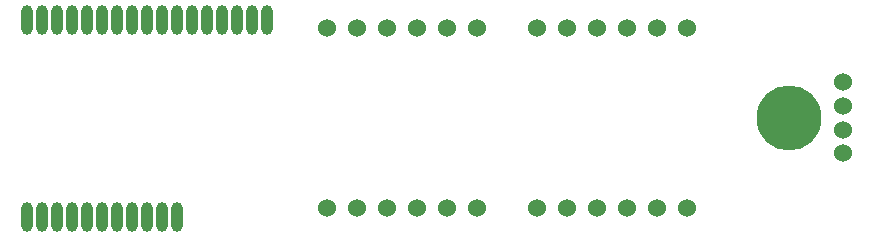
<source format=gbr>
%TF.GenerationSoftware,KiCad,Pcbnew,8.0.3*%
%TF.CreationDate,2024-06-21T11:12:34+09:00*%
%TF.ProjectId,Unit-HDPL-1414,556e6974-2d48-4445-904c-2d313431342e,rev?*%
%TF.SameCoordinates,Original*%
%TF.FileFunction,Soldermask,Bot*%
%TF.FilePolarity,Negative*%
%FSLAX46Y46*%
G04 Gerber Fmt 4.6, Leading zero omitted, Abs format (unit mm)*
G04 Created by KiCad (PCBNEW 8.0.3) date 2024-06-21 11:12:34*
%MOMM*%
%LPD*%
G01*
G04 APERTURE LIST*
G04 Aperture macros list*
%AMRoundRect*
0 Rectangle with rounded corners*
0 $1 Rounding radius*
0 $2 $3 $4 $5 $6 $7 $8 $9 X,Y pos of 4 corners*
0 Add a 4 corners polygon primitive as box body*
4,1,4,$2,$3,$4,$5,$6,$7,$8,$9,$2,$3,0*
0 Add four circle primitives for the rounded corners*
1,1,$1+$1,$2,$3*
1,1,$1+$1,$4,$5*
1,1,$1+$1,$6,$7*
1,1,$1+$1,$8,$9*
0 Add four rect primitives between the rounded corners*
20,1,$1+$1,$2,$3,$4,$5,0*
20,1,$1+$1,$4,$5,$6,$7,0*
20,1,$1+$1,$6,$7,$8,$9,0*
20,1,$1+$1,$8,$9,$2,$3,0*%
G04 Aperture macros list end*
%ADD10C,1.524000*%
%ADD11C,5.500000*%
%ADD12RoundRect,0.500000X-0.008000X0.750000X-0.008000X-0.750000X0.008000X-0.750000X0.008000X0.750000X0*%
%ADD13RoundRect,0.500000X0.008000X-0.750000X0.008000X0.750000X-0.008000X0.750000X-0.008000X-0.750000X0*%
G04 APERTURE END LIST*
D10*
%TO.C,J1*%
X140208000Y-85852000D03*
X140208000Y-87852000D03*
X140208000Y-89852000D03*
X140208000Y-91852000D03*
%TD*%
D11*
%TO.C,H1*%
X135636000Y-88900000D03*
%TD*%
D12*
%TO.C,U1*%
X91440000Y-80580000D03*
X90170000Y-80580000D03*
X88900000Y-80580000D03*
X87630000Y-80580000D03*
X86360000Y-80580000D03*
X85090000Y-80580000D03*
X83820000Y-80580000D03*
X82550000Y-80580000D03*
X81280000Y-80580000D03*
X80010000Y-80580000D03*
X78740000Y-80580000D03*
X77470000Y-80580000D03*
X76200000Y-80580000D03*
X74930000Y-80580000D03*
X73660000Y-80580000D03*
X72390000Y-80580000D03*
X71120000Y-80580000D03*
D13*
X71120000Y-97220000D03*
X72390000Y-97220000D03*
X73660000Y-97220000D03*
X74930000Y-97220000D03*
X76200000Y-97220000D03*
X77470000Y-97220000D03*
X78740000Y-97220000D03*
X80010000Y-97220000D03*
X81280000Y-97220000D03*
X82550000Y-97220000D03*
X83820000Y-97220000D03*
%TD*%
D10*
%TO.C,U2*%
X96520000Y-96520000D03*
X99060000Y-96520000D03*
X101600000Y-96520000D03*
X104140000Y-96520000D03*
X106680000Y-96520000D03*
X109220000Y-96520000D03*
X96520000Y-81280000D03*
X99060000Y-81280000D03*
X101600000Y-81280000D03*
X104140000Y-81280000D03*
X106680000Y-81280000D03*
X109220000Y-81280000D03*
%TD*%
%TO.C,U3*%
X114300000Y-96520000D03*
X116840000Y-96520000D03*
X119380000Y-96520000D03*
X121920000Y-96520000D03*
X124460000Y-96520000D03*
X127000000Y-96520000D03*
X114300000Y-81280000D03*
X116840000Y-81280000D03*
X119380000Y-81280000D03*
X121920000Y-81280000D03*
X124460000Y-81280000D03*
X127000000Y-81280000D03*
%TD*%
M02*

</source>
